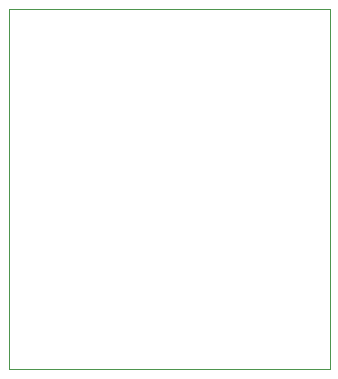
<source format=gbr>
%TF.GenerationSoftware,KiCad,Pcbnew,7.0.2-0*%
%TF.CreationDate,2023-09-22T13:18:50+12:00*%
%TF.ProjectId,TCRT5000 seperated,54435254-3530-4303-9020-736570657261,rev?*%
%TF.SameCoordinates,PX66b4f80PY68290a0*%
%TF.FileFunction,Profile,NP*%
%FSLAX46Y46*%
G04 Gerber Fmt 4.6, Leading zero omitted, Abs format (unit mm)*
G04 Created by KiCad (PCBNEW 7.0.2-0) date 2023-09-22 13:18:50*
%MOMM*%
%LPD*%
G01*
G04 APERTURE LIST*
%TA.AperFunction,Profile*%
%ADD10C,0.100000*%
%TD*%
G04 APERTURE END LIST*
D10*
X27178000Y30480000D02*
X27178000Y0D01*
X12954000Y30480000D02*
X14478000Y30480000D01*
X14478000Y30480000D02*
X27178000Y30480000D01*
X0Y30480000D02*
X12954000Y30480000D01*
X12954000Y0D02*
X0Y0D01*
X14478000Y0D02*
X27178000Y0D01*
X0Y0D02*
X0Y30480000D01*
X12954000Y0D02*
X14478000Y0D01*
M02*

</source>
